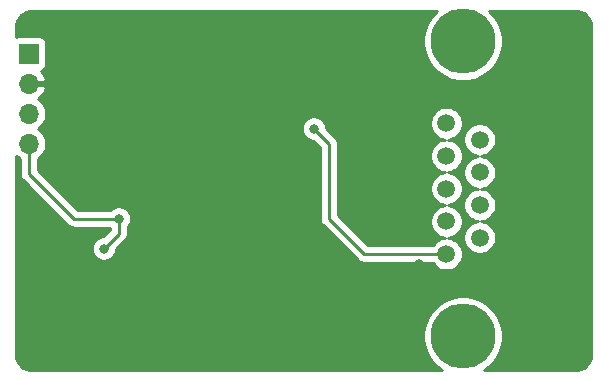
<source format=gbl>
G04 #@! TF.GenerationSoftware,KiCad,Pcbnew,(5.1.10)-1*
G04 #@! TF.CreationDate,2022-10-05T22:38:21+02:00*
G04 #@! TF.ProjectId,new_rs422_module_kicad,6e65775f-7273-4343-9232-5f6d6f64756c,rev?*
G04 #@! TF.SameCoordinates,Original*
G04 #@! TF.FileFunction,Copper,L2,Bot*
G04 #@! TF.FilePolarity,Positive*
%FSLAX46Y46*%
G04 Gerber Fmt 4.6, Leading zero omitted, Abs format (unit mm)*
G04 Created by KiCad (PCBNEW (5.1.10)-1) date 2022-10-05 22:38:21*
%MOMM*%
%LPD*%
G01*
G04 APERTURE LIST*
G04 #@! TA.AperFunction,ComponentPad*
%ADD10O,1.700000X1.700000*%
G04 #@! TD*
G04 #@! TA.AperFunction,ComponentPad*
%ADD11R,1.700000X1.700000*%
G04 #@! TD*
G04 #@! TA.AperFunction,ComponentPad*
%ADD12C,5.500000*%
G04 #@! TD*
G04 #@! TA.AperFunction,ComponentPad*
%ADD13C,1.500000*%
G04 #@! TD*
G04 #@! TA.AperFunction,ViaPad*
%ADD14C,0.800000*%
G04 #@! TD*
G04 #@! TA.AperFunction,Conductor*
%ADD15C,0.250000*%
G04 #@! TD*
G04 #@! TA.AperFunction,Conductor*
%ADD16C,0.254000*%
G04 #@! TD*
G04 #@! TA.AperFunction,Conductor*
%ADD17C,0.100000*%
G04 #@! TD*
G04 APERTURE END LIST*
D10*
X31750000Y-41910000D03*
X31750000Y-39370000D03*
X31750000Y-36830000D03*
D11*
X31750000Y-34290000D03*
D12*
X68510000Y-33225000D03*
X68510000Y-58215000D03*
D13*
X69930000Y-49875000D03*
X69930000Y-47105000D03*
X69930000Y-44335000D03*
X69930000Y-41565000D03*
X67090000Y-51260000D03*
X67090000Y-48490000D03*
X67090000Y-45720000D03*
X67090000Y-42950000D03*
X67090000Y-40180000D03*
D14*
X42905000Y-49425000D03*
X38797500Y-35725000D03*
X64770000Y-44450000D03*
X64770000Y-52070000D03*
X64770000Y-48260000D03*
X55880000Y-40640000D03*
X38100000Y-50800000D03*
X39370000Y-48260000D03*
D15*
X55880000Y-40640000D02*
X57150000Y-41910000D01*
X57150000Y-41910000D02*
X57150000Y-48260000D01*
X60150000Y-51260000D02*
X67090000Y-51260000D01*
X57150000Y-48260000D02*
X60150000Y-51260000D01*
X38100000Y-50800000D02*
X39370000Y-49530000D01*
X39370000Y-49530000D02*
X39370000Y-48260000D01*
X39370000Y-48260000D02*
X35560000Y-48260000D01*
X31750000Y-44450000D02*
X31750000Y-41910000D01*
X35560000Y-48260000D02*
X31750000Y-44450000D01*
D16*
X65880698Y-31067188D02*
X65510252Y-31621601D01*
X65255083Y-32237632D01*
X65125000Y-32891607D01*
X65125000Y-33558393D01*
X65255083Y-34212368D01*
X65510252Y-34828399D01*
X65880698Y-35382812D01*
X66352188Y-35854302D01*
X66906601Y-36224748D01*
X67522632Y-36479917D01*
X68176607Y-36610000D01*
X68843393Y-36610000D01*
X69497368Y-36479917D01*
X70113399Y-36224748D01*
X70667812Y-35854302D01*
X71139302Y-35382812D01*
X71509748Y-34828399D01*
X71764917Y-34212368D01*
X71895000Y-33558393D01*
X71895000Y-32891607D01*
X71764917Y-32237632D01*
X71509748Y-31621601D01*
X71139302Y-31067188D01*
X70732114Y-30660000D01*
X77967721Y-30660000D01*
X78259659Y-30688625D01*
X78509429Y-30764035D01*
X78739792Y-30886522D01*
X78941980Y-31051422D01*
X79108286Y-31252450D01*
X79232378Y-31481954D01*
X79309531Y-31731195D01*
X79340001Y-32021098D01*
X79340000Y-59737721D01*
X79311375Y-60029660D01*
X79235965Y-60279429D01*
X79113477Y-60509794D01*
X78948579Y-60711979D01*
X78747546Y-60878288D01*
X78518046Y-61002378D01*
X78268805Y-61079531D01*
X77978911Y-61110000D01*
X70270166Y-61110000D01*
X70667812Y-60844302D01*
X71139302Y-60372812D01*
X71509748Y-59818399D01*
X71764917Y-59202368D01*
X71895000Y-58548393D01*
X71895000Y-57881607D01*
X71764917Y-57227632D01*
X71509748Y-56611601D01*
X71139302Y-56057188D01*
X70667812Y-55585698D01*
X70113399Y-55215252D01*
X69497368Y-54960083D01*
X68843393Y-54830000D01*
X68176607Y-54830000D01*
X67522632Y-54960083D01*
X66906601Y-55215252D01*
X66352188Y-55585698D01*
X65880698Y-56057188D01*
X65510252Y-56611601D01*
X65255083Y-57227632D01*
X65125000Y-57881607D01*
X65125000Y-58548393D01*
X65255083Y-59202368D01*
X65510252Y-59818399D01*
X65880698Y-60372812D01*
X66352188Y-60844302D01*
X66749834Y-61110000D01*
X32032279Y-61110000D01*
X31740340Y-61081375D01*
X31490571Y-61005965D01*
X31260206Y-60883477D01*
X31058021Y-60718579D01*
X30891712Y-60517546D01*
X30767622Y-60288046D01*
X30690469Y-60038805D01*
X30660000Y-59748911D01*
X30660000Y-42920107D01*
X30803368Y-43063475D01*
X30990000Y-43188179D01*
X30990000Y-44412677D01*
X30986324Y-44450000D01*
X30990000Y-44487322D01*
X30990000Y-44487332D01*
X31000997Y-44598985D01*
X31043466Y-44738989D01*
X31044454Y-44742246D01*
X31115026Y-44874276D01*
X31154871Y-44922826D01*
X31209999Y-44990001D01*
X31239003Y-45013804D01*
X34996200Y-48771002D01*
X35019999Y-48800001D01*
X35135724Y-48894974D01*
X35267753Y-48965546D01*
X35411014Y-49009003D01*
X35522667Y-49020000D01*
X35522675Y-49020000D01*
X35560000Y-49023676D01*
X35597325Y-49020000D01*
X38610000Y-49020000D01*
X38610000Y-49215198D01*
X38060199Y-49765000D01*
X37998061Y-49765000D01*
X37798102Y-49804774D01*
X37609744Y-49882795D01*
X37440226Y-49996063D01*
X37296063Y-50140226D01*
X37182795Y-50309744D01*
X37104774Y-50498102D01*
X37065000Y-50698061D01*
X37065000Y-50901939D01*
X37104774Y-51101898D01*
X37182795Y-51290256D01*
X37296063Y-51459774D01*
X37440226Y-51603937D01*
X37609744Y-51717205D01*
X37798102Y-51795226D01*
X37998061Y-51835000D01*
X38201939Y-51835000D01*
X38401898Y-51795226D01*
X38590256Y-51717205D01*
X38759774Y-51603937D01*
X38903937Y-51459774D01*
X39017205Y-51290256D01*
X39095226Y-51101898D01*
X39135000Y-50901939D01*
X39135000Y-50839801D01*
X39881004Y-50093798D01*
X39910001Y-50070001D01*
X40004974Y-49954276D01*
X40075546Y-49822247D01*
X40119003Y-49678986D01*
X40130000Y-49567333D01*
X40130000Y-49567324D01*
X40133676Y-49530001D01*
X40130000Y-49492678D01*
X40130000Y-48963711D01*
X40173937Y-48919774D01*
X40287205Y-48750256D01*
X40365226Y-48561898D01*
X40405000Y-48361939D01*
X40405000Y-48158061D01*
X40365226Y-47958102D01*
X40287205Y-47769744D01*
X40173937Y-47600226D01*
X40029774Y-47456063D01*
X39860256Y-47342795D01*
X39671898Y-47264774D01*
X39471939Y-47225000D01*
X39268061Y-47225000D01*
X39068102Y-47264774D01*
X38879744Y-47342795D01*
X38710226Y-47456063D01*
X38666289Y-47500000D01*
X35874802Y-47500000D01*
X32510000Y-44135199D01*
X32510000Y-43188178D01*
X32696632Y-43063475D01*
X32903475Y-42856632D01*
X33065990Y-42613411D01*
X33177932Y-42343158D01*
X33235000Y-42056260D01*
X33235000Y-41763740D01*
X33177932Y-41476842D01*
X33065990Y-41206589D01*
X32903475Y-40963368D01*
X32696632Y-40756525D01*
X32522240Y-40640000D01*
X32674802Y-40538061D01*
X54845000Y-40538061D01*
X54845000Y-40741939D01*
X54884774Y-40941898D01*
X54962795Y-41130256D01*
X55076063Y-41299774D01*
X55220226Y-41443937D01*
X55389744Y-41557205D01*
X55578102Y-41635226D01*
X55778061Y-41675000D01*
X55840199Y-41675000D01*
X56390000Y-42224802D01*
X56390001Y-48222667D01*
X56386324Y-48260000D01*
X56400998Y-48408985D01*
X56444454Y-48552246D01*
X56515026Y-48684276D01*
X56569175Y-48750256D01*
X56610000Y-48800001D01*
X56638998Y-48823799D01*
X59586201Y-51771003D01*
X59609999Y-51800001D01*
X59725724Y-51894974D01*
X59857753Y-51965546D01*
X60001014Y-52009003D01*
X60112667Y-52020000D01*
X60112675Y-52020000D01*
X60150000Y-52023676D01*
X60187325Y-52020000D01*
X65932091Y-52020000D01*
X66014201Y-52142886D01*
X66207114Y-52335799D01*
X66433957Y-52487371D01*
X66686011Y-52591775D01*
X66953589Y-52645000D01*
X67226411Y-52645000D01*
X67493989Y-52591775D01*
X67746043Y-52487371D01*
X67972886Y-52335799D01*
X68165799Y-52142886D01*
X68317371Y-51916043D01*
X68421775Y-51663989D01*
X68475000Y-51396411D01*
X68475000Y-51123589D01*
X68421775Y-50856011D01*
X68317371Y-50603957D01*
X68165799Y-50377114D01*
X67972886Y-50184201D01*
X67746043Y-50032629D01*
X67493989Y-49928225D01*
X67226411Y-49875000D01*
X67493989Y-49821775D01*
X67746043Y-49717371D01*
X67972886Y-49565799D01*
X68165799Y-49372886D01*
X68317371Y-49146043D01*
X68421775Y-48893989D01*
X68475000Y-48626411D01*
X68475000Y-48353589D01*
X68421775Y-48086011D01*
X68317371Y-47833957D01*
X68165799Y-47607114D01*
X67972886Y-47414201D01*
X67746043Y-47262629D01*
X67493989Y-47158225D01*
X67226411Y-47105000D01*
X67493989Y-47051775D01*
X67746043Y-46947371D01*
X67972886Y-46795799D01*
X68165799Y-46602886D01*
X68317371Y-46376043D01*
X68421775Y-46123989D01*
X68475000Y-45856411D01*
X68475000Y-45583589D01*
X68421775Y-45316011D01*
X68317371Y-45063957D01*
X68165799Y-44837114D01*
X67972886Y-44644201D01*
X67746043Y-44492629D01*
X67493989Y-44388225D01*
X67226411Y-44335000D01*
X67493989Y-44281775D01*
X67746043Y-44177371D01*
X67972886Y-44025799D01*
X68165799Y-43832886D01*
X68317371Y-43606043D01*
X68421775Y-43353989D01*
X68475000Y-43086411D01*
X68475000Y-42813589D01*
X68421775Y-42546011D01*
X68317371Y-42293957D01*
X68165799Y-42067114D01*
X67972886Y-41874201D01*
X67746043Y-41722629D01*
X67493989Y-41618225D01*
X67226411Y-41565000D01*
X67493989Y-41511775D01*
X67694818Y-41428589D01*
X68545000Y-41428589D01*
X68545000Y-41701411D01*
X68598225Y-41968989D01*
X68702629Y-42221043D01*
X68854201Y-42447886D01*
X69047114Y-42640799D01*
X69273957Y-42792371D01*
X69526011Y-42896775D01*
X69793589Y-42950000D01*
X69526011Y-43003225D01*
X69273957Y-43107629D01*
X69047114Y-43259201D01*
X68854201Y-43452114D01*
X68702629Y-43678957D01*
X68598225Y-43931011D01*
X68545000Y-44198589D01*
X68545000Y-44471411D01*
X68598225Y-44738989D01*
X68702629Y-44991043D01*
X68854201Y-45217886D01*
X69047114Y-45410799D01*
X69273957Y-45562371D01*
X69526011Y-45666775D01*
X69793589Y-45720000D01*
X69526011Y-45773225D01*
X69273957Y-45877629D01*
X69047114Y-46029201D01*
X68854201Y-46222114D01*
X68702629Y-46448957D01*
X68598225Y-46701011D01*
X68545000Y-46968589D01*
X68545000Y-47241411D01*
X68598225Y-47508989D01*
X68702629Y-47761043D01*
X68854201Y-47987886D01*
X69047114Y-48180799D01*
X69273957Y-48332371D01*
X69526011Y-48436775D01*
X69793589Y-48490000D01*
X69526011Y-48543225D01*
X69273957Y-48647629D01*
X69047114Y-48799201D01*
X68854201Y-48992114D01*
X68702629Y-49218957D01*
X68598225Y-49471011D01*
X68545000Y-49738589D01*
X68545000Y-50011411D01*
X68598225Y-50278989D01*
X68702629Y-50531043D01*
X68854201Y-50757886D01*
X69047114Y-50950799D01*
X69273957Y-51102371D01*
X69526011Y-51206775D01*
X69793589Y-51260000D01*
X70066411Y-51260000D01*
X70333989Y-51206775D01*
X70586043Y-51102371D01*
X70812886Y-50950799D01*
X71005799Y-50757886D01*
X71157371Y-50531043D01*
X71261775Y-50278989D01*
X71315000Y-50011411D01*
X71315000Y-49738589D01*
X71261775Y-49471011D01*
X71157371Y-49218957D01*
X71005799Y-48992114D01*
X70812886Y-48799201D01*
X70586043Y-48647629D01*
X70333989Y-48543225D01*
X70066411Y-48490000D01*
X70333989Y-48436775D01*
X70586043Y-48332371D01*
X70812886Y-48180799D01*
X71005799Y-47987886D01*
X71157371Y-47761043D01*
X71261775Y-47508989D01*
X71315000Y-47241411D01*
X71315000Y-46968589D01*
X71261775Y-46701011D01*
X71157371Y-46448957D01*
X71005799Y-46222114D01*
X70812886Y-46029201D01*
X70586043Y-45877629D01*
X70333989Y-45773225D01*
X70066411Y-45720000D01*
X70333989Y-45666775D01*
X70586043Y-45562371D01*
X70812886Y-45410799D01*
X71005799Y-45217886D01*
X71157371Y-44991043D01*
X71261775Y-44738989D01*
X71315000Y-44471411D01*
X71315000Y-44198589D01*
X71261775Y-43931011D01*
X71157371Y-43678957D01*
X71005799Y-43452114D01*
X70812886Y-43259201D01*
X70586043Y-43107629D01*
X70333989Y-43003225D01*
X70066411Y-42950000D01*
X70333989Y-42896775D01*
X70586043Y-42792371D01*
X70812886Y-42640799D01*
X71005799Y-42447886D01*
X71157371Y-42221043D01*
X71261775Y-41968989D01*
X71315000Y-41701411D01*
X71315000Y-41428589D01*
X71261775Y-41161011D01*
X71157371Y-40908957D01*
X71005799Y-40682114D01*
X70812886Y-40489201D01*
X70586043Y-40337629D01*
X70333989Y-40233225D01*
X70066411Y-40180000D01*
X69793589Y-40180000D01*
X69526011Y-40233225D01*
X69273957Y-40337629D01*
X69047114Y-40489201D01*
X68854201Y-40682114D01*
X68702629Y-40908957D01*
X68598225Y-41161011D01*
X68545000Y-41428589D01*
X67694818Y-41428589D01*
X67746043Y-41407371D01*
X67972886Y-41255799D01*
X68165799Y-41062886D01*
X68317371Y-40836043D01*
X68421775Y-40583989D01*
X68475000Y-40316411D01*
X68475000Y-40043589D01*
X68421775Y-39776011D01*
X68317371Y-39523957D01*
X68165799Y-39297114D01*
X67972886Y-39104201D01*
X67746043Y-38952629D01*
X67493989Y-38848225D01*
X67226411Y-38795000D01*
X66953589Y-38795000D01*
X66686011Y-38848225D01*
X66433957Y-38952629D01*
X66207114Y-39104201D01*
X66014201Y-39297114D01*
X65862629Y-39523957D01*
X65758225Y-39776011D01*
X65705000Y-40043589D01*
X65705000Y-40316411D01*
X65758225Y-40583989D01*
X65862629Y-40836043D01*
X66014201Y-41062886D01*
X66207114Y-41255799D01*
X66433957Y-41407371D01*
X66686011Y-41511775D01*
X66953589Y-41565000D01*
X66686011Y-41618225D01*
X66433957Y-41722629D01*
X66207114Y-41874201D01*
X66014201Y-42067114D01*
X65862629Y-42293957D01*
X65758225Y-42546011D01*
X65705000Y-42813589D01*
X65705000Y-43086411D01*
X65758225Y-43353989D01*
X65862629Y-43606043D01*
X66014201Y-43832886D01*
X66207114Y-44025799D01*
X66433957Y-44177371D01*
X66686011Y-44281775D01*
X66953589Y-44335000D01*
X66686011Y-44388225D01*
X66433957Y-44492629D01*
X66207114Y-44644201D01*
X66014201Y-44837114D01*
X65862629Y-45063957D01*
X65758225Y-45316011D01*
X65705000Y-45583589D01*
X65705000Y-45856411D01*
X65758225Y-46123989D01*
X65862629Y-46376043D01*
X66014201Y-46602886D01*
X66207114Y-46795799D01*
X66433957Y-46947371D01*
X66686011Y-47051775D01*
X66953589Y-47105000D01*
X66686011Y-47158225D01*
X66433957Y-47262629D01*
X66207114Y-47414201D01*
X66014201Y-47607114D01*
X65862629Y-47833957D01*
X65758225Y-48086011D01*
X65705000Y-48353589D01*
X65705000Y-48626411D01*
X65758225Y-48893989D01*
X65862629Y-49146043D01*
X66014201Y-49372886D01*
X66207114Y-49565799D01*
X66433957Y-49717371D01*
X66686011Y-49821775D01*
X66953589Y-49875000D01*
X66686011Y-49928225D01*
X66433957Y-50032629D01*
X66207114Y-50184201D01*
X66014201Y-50377114D01*
X65932091Y-50500000D01*
X60464802Y-50500000D01*
X57910000Y-47945199D01*
X57910000Y-41947322D01*
X57913676Y-41909999D01*
X57910000Y-41872676D01*
X57910000Y-41872667D01*
X57899003Y-41761014D01*
X57855546Y-41617753D01*
X57784974Y-41485724D01*
X57690001Y-41369999D01*
X57661004Y-41346202D01*
X56915000Y-40600199D01*
X56915000Y-40538061D01*
X56875226Y-40338102D01*
X56797205Y-40149744D01*
X56683937Y-39980226D01*
X56539774Y-39836063D01*
X56370256Y-39722795D01*
X56181898Y-39644774D01*
X55981939Y-39605000D01*
X55778061Y-39605000D01*
X55578102Y-39644774D01*
X55389744Y-39722795D01*
X55220226Y-39836063D01*
X55076063Y-39980226D01*
X54962795Y-40149744D01*
X54884774Y-40338102D01*
X54845000Y-40538061D01*
X32674802Y-40538061D01*
X32696632Y-40523475D01*
X32903475Y-40316632D01*
X33065990Y-40073411D01*
X33177932Y-39803158D01*
X33235000Y-39516260D01*
X33235000Y-39223740D01*
X33177932Y-38936842D01*
X33065990Y-38666589D01*
X32903475Y-38423368D01*
X32696632Y-38216525D01*
X32514466Y-38094805D01*
X32631355Y-38025178D01*
X32847588Y-37830269D01*
X33021641Y-37596920D01*
X33146825Y-37334099D01*
X33191476Y-37186890D01*
X33070155Y-36957000D01*
X31877000Y-36957000D01*
X31877000Y-36977000D01*
X31623000Y-36977000D01*
X31623000Y-36957000D01*
X31603000Y-36957000D01*
X31603000Y-36703000D01*
X31623000Y-36703000D01*
X31623000Y-36683000D01*
X31877000Y-36683000D01*
X31877000Y-36703000D01*
X33070155Y-36703000D01*
X33191476Y-36473110D01*
X33146825Y-36325901D01*
X33021641Y-36063080D01*
X32847588Y-35829731D01*
X32763534Y-35753966D01*
X32844180Y-35729502D01*
X32954494Y-35670537D01*
X33051185Y-35591185D01*
X33130537Y-35494494D01*
X33189502Y-35384180D01*
X33225812Y-35264482D01*
X33238072Y-35140000D01*
X33238072Y-33440000D01*
X33225812Y-33315518D01*
X33189502Y-33195820D01*
X33130537Y-33085506D01*
X33051185Y-32988815D01*
X32954494Y-32909463D01*
X32844180Y-32850498D01*
X32724482Y-32814188D01*
X32600000Y-32801928D01*
X30900000Y-32801928D01*
X30775518Y-32814188D01*
X30660000Y-32849230D01*
X30660000Y-32032279D01*
X30688625Y-31740341D01*
X30764035Y-31490571D01*
X30886522Y-31260208D01*
X31051422Y-31058020D01*
X31252450Y-30891714D01*
X31481954Y-30767622D01*
X31731195Y-30690469D01*
X32021088Y-30660000D01*
X66287886Y-30660000D01*
X65880698Y-31067188D01*
G04 #@! TA.AperFunction,Conductor*
D17*
G36*
X65880698Y-31067188D02*
G01*
X65510252Y-31621601D01*
X65255083Y-32237632D01*
X65125000Y-32891607D01*
X65125000Y-33558393D01*
X65255083Y-34212368D01*
X65510252Y-34828399D01*
X65880698Y-35382812D01*
X66352188Y-35854302D01*
X66906601Y-36224748D01*
X67522632Y-36479917D01*
X68176607Y-36610000D01*
X68843393Y-36610000D01*
X69497368Y-36479917D01*
X70113399Y-36224748D01*
X70667812Y-35854302D01*
X71139302Y-35382812D01*
X71509748Y-34828399D01*
X71764917Y-34212368D01*
X71895000Y-33558393D01*
X71895000Y-32891607D01*
X71764917Y-32237632D01*
X71509748Y-31621601D01*
X71139302Y-31067188D01*
X70732114Y-30660000D01*
X77967721Y-30660000D01*
X78259659Y-30688625D01*
X78509429Y-30764035D01*
X78739792Y-30886522D01*
X78941980Y-31051422D01*
X79108286Y-31252450D01*
X79232378Y-31481954D01*
X79309531Y-31731195D01*
X79340001Y-32021098D01*
X79340000Y-59737721D01*
X79311375Y-60029660D01*
X79235965Y-60279429D01*
X79113477Y-60509794D01*
X78948579Y-60711979D01*
X78747546Y-60878288D01*
X78518046Y-61002378D01*
X78268805Y-61079531D01*
X77978911Y-61110000D01*
X70270166Y-61110000D01*
X70667812Y-60844302D01*
X71139302Y-60372812D01*
X71509748Y-59818399D01*
X71764917Y-59202368D01*
X71895000Y-58548393D01*
X71895000Y-57881607D01*
X71764917Y-57227632D01*
X71509748Y-56611601D01*
X71139302Y-56057188D01*
X70667812Y-55585698D01*
X70113399Y-55215252D01*
X69497368Y-54960083D01*
X68843393Y-54830000D01*
X68176607Y-54830000D01*
X67522632Y-54960083D01*
X66906601Y-55215252D01*
X66352188Y-55585698D01*
X65880698Y-56057188D01*
X65510252Y-56611601D01*
X65255083Y-57227632D01*
X65125000Y-57881607D01*
X65125000Y-58548393D01*
X65255083Y-59202368D01*
X65510252Y-59818399D01*
X65880698Y-60372812D01*
X66352188Y-60844302D01*
X66749834Y-61110000D01*
X32032279Y-61110000D01*
X31740340Y-61081375D01*
X31490571Y-61005965D01*
X31260206Y-60883477D01*
X31058021Y-60718579D01*
X30891712Y-60517546D01*
X30767622Y-60288046D01*
X30690469Y-60038805D01*
X30660000Y-59748911D01*
X30660000Y-42920107D01*
X30803368Y-43063475D01*
X30990000Y-43188179D01*
X30990000Y-44412677D01*
X30986324Y-44450000D01*
X30990000Y-44487322D01*
X30990000Y-44487332D01*
X31000997Y-44598985D01*
X31043466Y-44738989D01*
X31044454Y-44742246D01*
X31115026Y-44874276D01*
X31154871Y-44922826D01*
X31209999Y-44990001D01*
X31239003Y-45013804D01*
X34996200Y-48771002D01*
X35019999Y-48800001D01*
X35135724Y-48894974D01*
X35267753Y-48965546D01*
X35411014Y-49009003D01*
X35522667Y-49020000D01*
X35522675Y-49020000D01*
X35560000Y-49023676D01*
X35597325Y-49020000D01*
X38610000Y-49020000D01*
X38610000Y-49215198D01*
X38060199Y-49765000D01*
X37998061Y-49765000D01*
X37798102Y-49804774D01*
X37609744Y-49882795D01*
X37440226Y-49996063D01*
X37296063Y-50140226D01*
X37182795Y-50309744D01*
X37104774Y-50498102D01*
X37065000Y-50698061D01*
X37065000Y-50901939D01*
X37104774Y-51101898D01*
X37182795Y-51290256D01*
X37296063Y-51459774D01*
X37440226Y-51603937D01*
X37609744Y-51717205D01*
X37798102Y-51795226D01*
X37998061Y-51835000D01*
X38201939Y-51835000D01*
X38401898Y-51795226D01*
X38590256Y-51717205D01*
X38759774Y-51603937D01*
X38903937Y-51459774D01*
X39017205Y-51290256D01*
X39095226Y-51101898D01*
X39135000Y-50901939D01*
X39135000Y-50839801D01*
X39881004Y-50093798D01*
X39910001Y-50070001D01*
X40004974Y-49954276D01*
X40075546Y-49822247D01*
X40119003Y-49678986D01*
X40130000Y-49567333D01*
X40130000Y-49567324D01*
X40133676Y-49530001D01*
X40130000Y-49492678D01*
X40130000Y-48963711D01*
X40173937Y-48919774D01*
X40287205Y-48750256D01*
X40365226Y-48561898D01*
X40405000Y-48361939D01*
X40405000Y-48158061D01*
X40365226Y-47958102D01*
X40287205Y-47769744D01*
X40173937Y-47600226D01*
X40029774Y-47456063D01*
X39860256Y-47342795D01*
X39671898Y-47264774D01*
X39471939Y-47225000D01*
X39268061Y-47225000D01*
X39068102Y-47264774D01*
X38879744Y-47342795D01*
X38710226Y-47456063D01*
X38666289Y-47500000D01*
X35874802Y-47500000D01*
X32510000Y-44135199D01*
X32510000Y-43188178D01*
X32696632Y-43063475D01*
X32903475Y-42856632D01*
X33065990Y-42613411D01*
X33177932Y-42343158D01*
X33235000Y-42056260D01*
X33235000Y-41763740D01*
X33177932Y-41476842D01*
X33065990Y-41206589D01*
X32903475Y-40963368D01*
X32696632Y-40756525D01*
X32522240Y-40640000D01*
X32674802Y-40538061D01*
X54845000Y-40538061D01*
X54845000Y-40741939D01*
X54884774Y-40941898D01*
X54962795Y-41130256D01*
X55076063Y-41299774D01*
X55220226Y-41443937D01*
X55389744Y-41557205D01*
X55578102Y-41635226D01*
X55778061Y-41675000D01*
X55840199Y-41675000D01*
X56390000Y-42224802D01*
X56390001Y-48222667D01*
X56386324Y-48260000D01*
X56400998Y-48408985D01*
X56444454Y-48552246D01*
X56515026Y-48684276D01*
X56569175Y-48750256D01*
X56610000Y-48800001D01*
X56638998Y-48823799D01*
X59586201Y-51771003D01*
X59609999Y-51800001D01*
X59725724Y-51894974D01*
X59857753Y-51965546D01*
X60001014Y-52009003D01*
X60112667Y-52020000D01*
X60112675Y-52020000D01*
X60150000Y-52023676D01*
X60187325Y-52020000D01*
X65932091Y-52020000D01*
X66014201Y-52142886D01*
X66207114Y-52335799D01*
X66433957Y-52487371D01*
X66686011Y-52591775D01*
X66953589Y-52645000D01*
X67226411Y-52645000D01*
X67493989Y-52591775D01*
X67746043Y-52487371D01*
X67972886Y-52335799D01*
X68165799Y-52142886D01*
X68317371Y-51916043D01*
X68421775Y-51663989D01*
X68475000Y-51396411D01*
X68475000Y-51123589D01*
X68421775Y-50856011D01*
X68317371Y-50603957D01*
X68165799Y-50377114D01*
X67972886Y-50184201D01*
X67746043Y-50032629D01*
X67493989Y-49928225D01*
X67226411Y-49875000D01*
X67493989Y-49821775D01*
X67746043Y-49717371D01*
X67972886Y-49565799D01*
X68165799Y-49372886D01*
X68317371Y-49146043D01*
X68421775Y-48893989D01*
X68475000Y-48626411D01*
X68475000Y-48353589D01*
X68421775Y-48086011D01*
X68317371Y-47833957D01*
X68165799Y-47607114D01*
X67972886Y-47414201D01*
X67746043Y-47262629D01*
X67493989Y-47158225D01*
X67226411Y-47105000D01*
X67493989Y-47051775D01*
X67746043Y-46947371D01*
X67972886Y-46795799D01*
X68165799Y-46602886D01*
X68317371Y-46376043D01*
X68421775Y-46123989D01*
X68475000Y-45856411D01*
X68475000Y-45583589D01*
X68421775Y-45316011D01*
X68317371Y-45063957D01*
X68165799Y-44837114D01*
X67972886Y-44644201D01*
X67746043Y-44492629D01*
X67493989Y-44388225D01*
X67226411Y-44335000D01*
X67493989Y-44281775D01*
X67746043Y-44177371D01*
X67972886Y-44025799D01*
X68165799Y-43832886D01*
X68317371Y-43606043D01*
X68421775Y-43353989D01*
X68475000Y-43086411D01*
X68475000Y-42813589D01*
X68421775Y-42546011D01*
X68317371Y-42293957D01*
X68165799Y-42067114D01*
X67972886Y-41874201D01*
X67746043Y-41722629D01*
X67493989Y-41618225D01*
X67226411Y-41565000D01*
X67493989Y-41511775D01*
X67694818Y-41428589D01*
X68545000Y-41428589D01*
X68545000Y-41701411D01*
X68598225Y-41968989D01*
X68702629Y-42221043D01*
X68854201Y-42447886D01*
X69047114Y-42640799D01*
X69273957Y-42792371D01*
X69526011Y-42896775D01*
X69793589Y-42950000D01*
X69526011Y-43003225D01*
X69273957Y-43107629D01*
X69047114Y-43259201D01*
X68854201Y-43452114D01*
X68702629Y-43678957D01*
X68598225Y-43931011D01*
X68545000Y-44198589D01*
X68545000Y-44471411D01*
X68598225Y-44738989D01*
X68702629Y-44991043D01*
X68854201Y-45217886D01*
X69047114Y-45410799D01*
X69273957Y-45562371D01*
X69526011Y-45666775D01*
X69793589Y-45720000D01*
X69526011Y-45773225D01*
X69273957Y-45877629D01*
X69047114Y-46029201D01*
X68854201Y-46222114D01*
X68702629Y-46448957D01*
X68598225Y-46701011D01*
X68545000Y-46968589D01*
X68545000Y-47241411D01*
X68598225Y-47508989D01*
X68702629Y-47761043D01*
X68854201Y-47987886D01*
X69047114Y-48180799D01*
X69273957Y-48332371D01*
X69526011Y-48436775D01*
X69793589Y-48490000D01*
X69526011Y-48543225D01*
X69273957Y-48647629D01*
X69047114Y-48799201D01*
X68854201Y-48992114D01*
X68702629Y-49218957D01*
X68598225Y-49471011D01*
X68545000Y-49738589D01*
X68545000Y-50011411D01*
X68598225Y-50278989D01*
X68702629Y-50531043D01*
X68854201Y-50757886D01*
X69047114Y-50950799D01*
X69273957Y-51102371D01*
X69526011Y-51206775D01*
X69793589Y-51260000D01*
X70066411Y-51260000D01*
X70333989Y-51206775D01*
X70586043Y-51102371D01*
X70812886Y-50950799D01*
X71005799Y-50757886D01*
X71157371Y-50531043D01*
X71261775Y-50278989D01*
X71315000Y-50011411D01*
X71315000Y-49738589D01*
X71261775Y-49471011D01*
X71157371Y-49218957D01*
X71005799Y-48992114D01*
X70812886Y-48799201D01*
X70586043Y-48647629D01*
X70333989Y-48543225D01*
X70066411Y-48490000D01*
X70333989Y-48436775D01*
X70586043Y-48332371D01*
X70812886Y-48180799D01*
X71005799Y-47987886D01*
X71157371Y-47761043D01*
X71261775Y-47508989D01*
X71315000Y-47241411D01*
X71315000Y-46968589D01*
X71261775Y-46701011D01*
X71157371Y-46448957D01*
X71005799Y-46222114D01*
X70812886Y-46029201D01*
X70586043Y-45877629D01*
X70333989Y-45773225D01*
X70066411Y-45720000D01*
X70333989Y-45666775D01*
X70586043Y-45562371D01*
X70812886Y-45410799D01*
X71005799Y-45217886D01*
X71157371Y-44991043D01*
X71261775Y-44738989D01*
X71315000Y-44471411D01*
X71315000Y-44198589D01*
X71261775Y-43931011D01*
X71157371Y-43678957D01*
X71005799Y-43452114D01*
X70812886Y-43259201D01*
X70586043Y-43107629D01*
X70333989Y-43003225D01*
X70066411Y-42950000D01*
X70333989Y-42896775D01*
X70586043Y-42792371D01*
X70812886Y-42640799D01*
X71005799Y-42447886D01*
X71157371Y-42221043D01*
X71261775Y-41968989D01*
X71315000Y-41701411D01*
X71315000Y-41428589D01*
X71261775Y-41161011D01*
X71157371Y-40908957D01*
X71005799Y-40682114D01*
X70812886Y-40489201D01*
X70586043Y-40337629D01*
X70333989Y-40233225D01*
X70066411Y-40180000D01*
X69793589Y-40180000D01*
X69526011Y-40233225D01*
X69273957Y-40337629D01*
X69047114Y-40489201D01*
X68854201Y-40682114D01*
X68702629Y-40908957D01*
X68598225Y-41161011D01*
X68545000Y-41428589D01*
X67694818Y-41428589D01*
X67746043Y-41407371D01*
X67972886Y-41255799D01*
X68165799Y-41062886D01*
X68317371Y-40836043D01*
X68421775Y-40583989D01*
X68475000Y-40316411D01*
X68475000Y-40043589D01*
X68421775Y-39776011D01*
X68317371Y-39523957D01*
X68165799Y-39297114D01*
X67972886Y-39104201D01*
X67746043Y-38952629D01*
X67493989Y-38848225D01*
X67226411Y-38795000D01*
X66953589Y-38795000D01*
X66686011Y-38848225D01*
X66433957Y-38952629D01*
X66207114Y-39104201D01*
X66014201Y-39297114D01*
X65862629Y-39523957D01*
X65758225Y-39776011D01*
X65705000Y-40043589D01*
X65705000Y-40316411D01*
X65758225Y-40583989D01*
X65862629Y-40836043D01*
X66014201Y-41062886D01*
X66207114Y-41255799D01*
X66433957Y-41407371D01*
X66686011Y-41511775D01*
X66953589Y-41565000D01*
X66686011Y-41618225D01*
X66433957Y-41722629D01*
X66207114Y-41874201D01*
X66014201Y-42067114D01*
X65862629Y-42293957D01*
X65758225Y-42546011D01*
X65705000Y-42813589D01*
X65705000Y-43086411D01*
X65758225Y-43353989D01*
X65862629Y-43606043D01*
X66014201Y-43832886D01*
X66207114Y-44025799D01*
X66433957Y-44177371D01*
X66686011Y-44281775D01*
X66953589Y-44335000D01*
X66686011Y-44388225D01*
X66433957Y-44492629D01*
X66207114Y-44644201D01*
X66014201Y-44837114D01*
X65862629Y-45063957D01*
X65758225Y-45316011D01*
X65705000Y-45583589D01*
X65705000Y-45856411D01*
X65758225Y-46123989D01*
X65862629Y-46376043D01*
X66014201Y-46602886D01*
X66207114Y-46795799D01*
X66433957Y-46947371D01*
X66686011Y-47051775D01*
X66953589Y-47105000D01*
X66686011Y-47158225D01*
X66433957Y-47262629D01*
X66207114Y-47414201D01*
X66014201Y-47607114D01*
X65862629Y-47833957D01*
X65758225Y-48086011D01*
X65705000Y-48353589D01*
X65705000Y-48626411D01*
X65758225Y-48893989D01*
X65862629Y-49146043D01*
X66014201Y-49372886D01*
X66207114Y-49565799D01*
X66433957Y-49717371D01*
X66686011Y-49821775D01*
X66953589Y-49875000D01*
X66686011Y-49928225D01*
X66433957Y-50032629D01*
X66207114Y-50184201D01*
X66014201Y-50377114D01*
X65932091Y-50500000D01*
X60464802Y-50500000D01*
X57910000Y-47945199D01*
X57910000Y-41947322D01*
X57913676Y-41909999D01*
X57910000Y-41872676D01*
X57910000Y-41872667D01*
X57899003Y-41761014D01*
X57855546Y-41617753D01*
X57784974Y-41485724D01*
X57690001Y-41369999D01*
X57661004Y-41346202D01*
X56915000Y-40600199D01*
X56915000Y-40538061D01*
X56875226Y-40338102D01*
X56797205Y-40149744D01*
X56683937Y-39980226D01*
X56539774Y-39836063D01*
X56370256Y-39722795D01*
X56181898Y-39644774D01*
X55981939Y-39605000D01*
X55778061Y-39605000D01*
X55578102Y-39644774D01*
X55389744Y-39722795D01*
X55220226Y-39836063D01*
X55076063Y-39980226D01*
X54962795Y-40149744D01*
X54884774Y-40338102D01*
X54845000Y-40538061D01*
X32674802Y-40538061D01*
X32696632Y-40523475D01*
X32903475Y-40316632D01*
X33065990Y-40073411D01*
X33177932Y-39803158D01*
X33235000Y-39516260D01*
X33235000Y-39223740D01*
X33177932Y-38936842D01*
X33065990Y-38666589D01*
X32903475Y-38423368D01*
X32696632Y-38216525D01*
X32514466Y-38094805D01*
X32631355Y-38025178D01*
X32847588Y-37830269D01*
X33021641Y-37596920D01*
X33146825Y-37334099D01*
X33191476Y-37186890D01*
X33070155Y-36957000D01*
X31877000Y-36957000D01*
X31877000Y-36977000D01*
X31623000Y-36977000D01*
X31623000Y-36957000D01*
X31603000Y-36957000D01*
X31603000Y-36703000D01*
X31623000Y-36703000D01*
X31623000Y-36683000D01*
X31877000Y-36683000D01*
X31877000Y-36703000D01*
X33070155Y-36703000D01*
X33191476Y-36473110D01*
X33146825Y-36325901D01*
X33021641Y-36063080D01*
X32847588Y-35829731D01*
X32763534Y-35753966D01*
X32844180Y-35729502D01*
X32954494Y-35670537D01*
X33051185Y-35591185D01*
X33130537Y-35494494D01*
X33189502Y-35384180D01*
X33225812Y-35264482D01*
X33238072Y-35140000D01*
X33238072Y-33440000D01*
X33225812Y-33315518D01*
X33189502Y-33195820D01*
X33130537Y-33085506D01*
X33051185Y-32988815D01*
X32954494Y-32909463D01*
X32844180Y-32850498D01*
X32724482Y-32814188D01*
X32600000Y-32801928D01*
X30900000Y-32801928D01*
X30775518Y-32814188D01*
X30660000Y-32849230D01*
X30660000Y-32032279D01*
X30688625Y-31740341D01*
X30764035Y-31490571D01*
X30886522Y-31260208D01*
X31051422Y-31058020D01*
X31252450Y-30891714D01*
X31481954Y-30767622D01*
X31731195Y-30690469D01*
X32021088Y-30660000D01*
X66287886Y-30660000D01*
X65880698Y-31067188D01*
G37*
G04 #@! TD.AperFunction*
M02*

</source>
